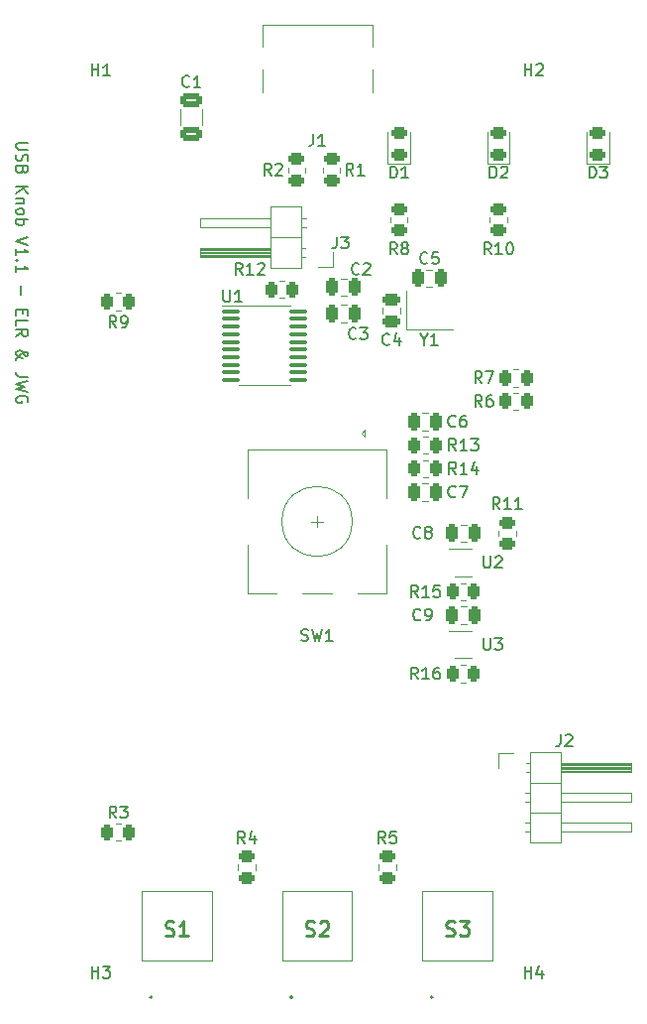
<source format=gto>
%TF.GenerationSoftware,KiCad,Pcbnew,(6.0.5)*%
%TF.CreationDate,2024-07-23T11:02:46+02:00*%
%TF.ProjectId,USB_Knob,5553425f-4b6e-46f6-922e-6b696361645f,rev?*%
%TF.SameCoordinates,Original*%
%TF.FileFunction,Legend,Top*%
%TF.FilePolarity,Positive*%
%FSLAX46Y46*%
G04 Gerber Fmt 4.6, Leading zero omitted, Abs format (unit mm)*
G04 Created by KiCad (PCBNEW (6.0.5)) date 2024-07-23 11:02:46*
%MOMM*%
%LPD*%
G01*
G04 APERTURE LIST*
G04 Aperture macros list*
%AMRoundRect*
0 Rectangle with rounded corners*
0 $1 Rounding radius*
0 $2 $3 $4 $5 $6 $7 $8 $9 X,Y pos of 4 corners*
0 Add a 4 corners polygon primitive as box body*
4,1,4,$2,$3,$4,$5,$6,$7,$8,$9,$2,$3,0*
0 Add four circle primitives for the rounded corners*
1,1,$1+$1,$2,$3*
1,1,$1+$1,$4,$5*
1,1,$1+$1,$6,$7*
1,1,$1+$1,$8,$9*
0 Add four rect primitives between the rounded corners*
20,1,$1+$1,$2,$3,$4,$5,0*
20,1,$1+$1,$4,$5,$6,$7,0*
20,1,$1+$1,$6,$7,$8,$9,0*
20,1,$1+$1,$8,$9,$2,$3,0*%
G04 Aperture macros list end*
%ADD10C,0.150000*%
%ADD11C,0.254000*%
%ADD12C,0.120000*%
%ADD13C,0.200000*%
%ADD14C,0.100000*%
%ADD15RoundRect,0.250000X0.262500X0.450000X-0.262500X0.450000X-0.262500X-0.450000X0.262500X-0.450000X0*%
%ADD16RoundRect,0.250000X-0.262500X-0.450000X0.262500X-0.450000X0.262500X0.450000X-0.262500X0.450000X0*%
%ADD17R,1.400000X1.200000*%
%ADD18R,1.400000X2.100000*%
%ADD19RoundRect,0.250000X-0.250000X-0.475000X0.250000X-0.475000X0.250000X0.475000X-0.250000X0.475000X0*%
%ADD20R,1.700000X1.700000*%
%ADD21O,1.700000X1.700000*%
%ADD22RoundRect,0.250000X-0.450000X0.262500X-0.450000X-0.262500X0.450000X-0.262500X0.450000X0.262500X0*%
%ADD23R,0.650000X0.400000*%
%ADD24RoundRect,0.250000X0.450000X-0.262500X0.450000X0.262500X-0.450000X0.262500X-0.450000X-0.262500X0*%
%ADD25C,6.400000*%
%ADD26RoundRect,0.250000X0.250000X0.475000X-0.250000X0.475000X-0.250000X-0.475000X0.250000X-0.475000X0*%
%ADD27RoundRect,0.243750X0.456250X-0.243750X0.456250X0.243750X-0.456250X0.243750X-0.456250X-0.243750X0*%
%ADD28C,0.650000*%
%ADD29R,0.600000X1.450000*%
%ADD30R,0.300000X1.450000*%
%ADD31O,1.000000X2.100000*%
%ADD32O,1.000000X1.600000*%
%ADD33RoundRect,0.250000X-0.650000X0.325000X-0.650000X-0.325000X0.650000X-0.325000X0.650000X0.325000X0*%
%ADD34RoundRect,0.100000X-0.637500X-0.100000X0.637500X-0.100000X0.637500X0.100000X-0.637500X0.100000X0*%
%ADD35R,2.000000X2.000000*%
%ADD36C,2.000000*%
%ADD37R,2.000000X3.200000*%
%ADD38RoundRect,0.250000X-0.475000X0.250000X-0.475000X-0.250000X0.475000X-0.250000X0.475000X0.250000X0*%
G04 APERTURE END LIST*
D10*
X124797619Y-71178571D02*
X123988095Y-71178571D01*
X123892857Y-71226190D01*
X123845238Y-71273809D01*
X123797619Y-71369047D01*
X123797619Y-71559523D01*
X123845238Y-71654761D01*
X123892857Y-71702380D01*
X123988095Y-71750000D01*
X124797619Y-71750000D01*
X123845238Y-72178571D02*
X123797619Y-72321428D01*
X123797619Y-72559523D01*
X123845238Y-72654761D01*
X123892857Y-72702380D01*
X123988095Y-72750000D01*
X124083333Y-72750000D01*
X124178571Y-72702380D01*
X124226190Y-72654761D01*
X124273809Y-72559523D01*
X124321428Y-72369047D01*
X124369047Y-72273809D01*
X124416666Y-72226190D01*
X124511904Y-72178571D01*
X124607142Y-72178571D01*
X124702380Y-72226190D01*
X124750000Y-72273809D01*
X124797619Y-72369047D01*
X124797619Y-72607142D01*
X124750000Y-72750000D01*
X124321428Y-73511904D02*
X124273809Y-73654761D01*
X124226190Y-73702380D01*
X124130952Y-73750000D01*
X123988095Y-73750000D01*
X123892857Y-73702380D01*
X123845238Y-73654761D01*
X123797619Y-73559523D01*
X123797619Y-73178571D01*
X124797619Y-73178571D01*
X124797619Y-73511904D01*
X124750000Y-73607142D01*
X124702380Y-73654761D01*
X124607142Y-73702380D01*
X124511904Y-73702380D01*
X124416666Y-73654761D01*
X124369047Y-73607142D01*
X124321428Y-73511904D01*
X124321428Y-73178571D01*
X123797619Y-74940476D02*
X124797619Y-74940476D01*
X123797619Y-75511904D02*
X124369047Y-75083333D01*
X124797619Y-75511904D02*
X124226190Y-74940476D01*
X124464285Y-75940476D02*
X123797619Y-75940476D01*
X124369047Y-75940476D02*
X124416666Y-75988095D01*
X124464285Y-76083333D01*
X124464285Y-76226190D01*
X124416666Y-76321428D01*
X124321428Y-76369047D01*
X123797619Y-76369047D01*
X123797619Y-76988095D02*
X123845238Y-76892857D01*
X123892857Y-76845238D01*
X123988095Y-76797619D01*
X124273809Y-76797619D01*
X124369047Y-76845238D01*
X124416666Y-76892857D01*
X124464285Y-76988095D01*
X124464285Y-77130952D01*
X124416666Y-77226190D01*
X124369047Y-77273809D01*
X124273809Y-77321428D01*
X123988095Y-77321428D01*
X123892857Y-77273809D01*
X123845238Y-77226190D01*
X123797619Y-77130952D01*
X123797619Y-76988095D01*
X123797619Y-77750000D02*
X124797619Y-77750000D01*
X124416666Y-77750000D02*
X124464285Y-77845238D01*
X124464285Y-78035714D01*
X124416666Y-78130952D01*
X124369047Y-78178571D01*
X124273809Y-78226190D01*
X123988095Y-78226190D01*
X123892857Y-78178571D01*
X123845238Y-78130952D01*
X123797619Y-78035714D01*
X123797619Y-77845238D01*
X123845238Y-77750000D01*
X124797619Y-79273809D02*
X123797619Y-79607142D01*
X124797619Y-79940476D01*
X123797619Y-80797619D02*
X123797619Y-80226190D01*
X123797619Y-80511904D02*
X124797619Y-80511904D01*
X124654761Y-80416666D01*
X124559523Y-80321428D01*
X124511904Y-80226190D01*
X123892857Y-81226190D02*
X123845238Y-81273809D01*
X123797619Y-81226190D01*
X123845238Y-81178571D01*
X123892857Y-81226190D01*
X123797619Y-81226190D01*
X123797619Y-82226190D02*
X123797619Y-81654761D01*
X123797619Y-81940476D02*
X124797619Y-81940476D01*
X124654761Y-81845238D01*
X124559523Y-81750000D01*
X124511904Y-81654761D01*
X124178571Y-83416666D02*
X124178571Y-84178571D01*
X124321428Y-85416666D02*
X124321428Y-85750000D01*
X123797619Y-85892857D02*
X123797619Y-85416666D01*
X124797619Y-85416666D01*
X124797619Y-85892857D01*
X123797619Y-86797619D02*
X123797619Y-86321428D01*
X124797619Y-86321428D01*
X123797619Y-87702380D02*
X124273809Y-87369047D01*
X123797619Y-87130952D02*
X124797619Y-87130952D01*
X124797619Y-87511904D01*
X124750000Y-87607142D01*
X124702380Y-87654761D01*
X124607142Y-87702380D01*
X124464285Y-87702380D01*
X124369047Y-87654761D01*
X124321428Y-87607142D01*
X124273809Y-87511904D01*
X124273809Y-87130952D01*
X123797619Y-89702380D02*
X123797619Y-89654761D01*
X123845238Y-89559523D01*
X123988095Y-89416666D01*
X124273809Y-89178571D01*
X124416666Y-89083333D01*
X124559523Y-89035714D01*
X124654761Y-89035714D01*
X124750000Y-89083333D01*
X124797619Y-89178571D01*
X124797619Y-89226190D01*
X124750000Y-89321428D01*
X124654761Y-89369047D01*
X124607142Y-89369047D01*
X124511904Y-89321428D01*
X124464285Y-89273809D01*
X124273809Y-88988095D01*
X124226190Y-88940476D01*
X124130952Y-88892857D01*
X123988095Y-88892857D01*
X123892857Y-88940476D01*
X123845238Y-88988095D01*
X123797619Y-89083333D01*
X123797619Y-89226190D01*
X123845238Y-89321428D01*
X123892857Y-89369047D01*
X124083333Y-89511904D01*
X124226190Y-89559523D01*
X124321428Y-89559523D01*
X124797619Y-91178571D02*
X124083333Y-91178571D01*
X123940476Y-91130952D01*
X123845238Y-91035714D01*
X123797619Y-90892857D01*
X123797619Y-90797619D01*
X124797619Y-91559523D02*
X123797619Y-91797619D01*
X124511904Y-91988095D01*
X123797619Y-92178571D01*
X124797619Y-92416666D01*
X124750000Y-93321428D02*
X124797619Y-93226190D01*
X124797619Y-93083333D01*
X124750000Y-92940476D01*
X124654761Y-92845238D01*
X124559523Y-92797619D01*
X124369047Y-92750000D01*
X124226190Y-92750000D01*
X124035714Y-92797619D01*
X123940476Y-92845238D01*
X123845238Y-92940476D01*
X123797619Y-93083333D01*
X123797619Y-93178571D01*
X123845238Y-93321428D01*
X123892857Y-93369047D01*
X124226190Y-93369047D01*
X124226190Y-93178571D01*
%TO.C,R13*%
X161357142Y-97452380D02*
X161023809Y-96976190D01*
X160785714Y-97452380D02*
X160785714Y-96452380D01*
X161166666Y-96452380D01*
X161261904Y-96500000D01*
X161309523Y-96547619D01*
X161357142Y-96642857D01*
X161357142Y-96785714D01*
X161309523Y-96880952D01*
X161261904Y-96928571D01*
X161166666Y-96976190D01*
X160785714Y-96976190D01*
X162309523Y-97452380D02*
X161738095Y-97452380D01*
X162023809Y-97452380D02*
X162023809Y-96452380D01*
X161928571Y-96595238D01*
X161833333Y-96690476D01*
X161738095Y-96738095D01*
X162642857Y-96452380D02*
X163261904Y-96452380D01*
X162928571Y-96833333D01*
X163071428Y-96833333D01*
X163166666Y-96880952D01*
X163214285Y-96928571D01*
X163261904Y-97023809D01*
X163261904Y-97261904D01*
X163214285Y-97357142D01*
X163166666Y-97404761D01*
X163071428Y-97452380D01*
X162785714Y-97452380D01*
X162690476Y-97404761D01*
X162642857Y-97357142D01*
%TO.C,R6*%
X163583333Y-93702380D02*
X163250000Y-93226190D01*
X163011904Y-93702380D02*
X163011904Y-92702380D01*
X163392857Y-92702380D01*
X163488095Y-92750000D01*
X163535714Y-92797619D01*
X163583333Y-92892857D01*
X163583333Y-93035714D01*
X163535714Y-93130952D01*
X163488095Y-93178571D01*
X163392857Y-93226190D01*
X163011904Y-93226190D01*
X164440476Y-92702380D02*
X164250000Y-92702380D01*
X164154761Y-92750000D01*
X164107142Y-92797619D01*
X164011904Y-92940476D01*
X163964285Y-93130952D01*
X163964285Y-93511904D01*
X164011904Y-93607142D01*
X164059523Y-93654761D01*
X164154761Y-93702380D01*
X164345238Y-93702380D01*
X164440476Y-93654761D01*
X164488095Y-93607142D01*
X164535714Y-93511904D01*
X164535714Y-93273809D01*
X164488095Y-93178571D01*
X164440476Y-93130952D01*
X164345238Y-93083333D01*
X164154761Y-93083333D01*
X164059523Y-93130952D01*
X164011904Y-93178571D01*
X163964285Y-93273809D01*
%TO.C,Y1*%
X158623809Y-87976190D02*
X158623809Y-88452380D01*
X158290476Y-87452380D02*
X158623809Y-87976190D01*
X158957142Y-87452380D01*
X159814285Y-88452380D02*
X159242857Y-88452380D01*
X159528571Y-88452380D02*
X159528571Y-87452380D01*
X159433333Y-87595238D01*
X159338095Y-87690476D01*
X159242857Y-87738095D01*
D11*
%TO.C,S1*%
X136532380Y-138814047D02*
X136713809Y-138874523D01*
X137016190Y-138874523D01*
X137137142Y-138814047D01*
X137197619Y-138753571D01*
X137258095Y-138632619D01*
X137258095Y-138511666D01*
X137197619Y-138390714D01*
X137137142Y-138330238D01*
X137016190Y-138269761D01*
X136774285Y-138209285D01*
X136653333Y-138148809D01*
X136592857Y-138088333D01*
X136532380Y-137967380D01*
X136532380Y-137846428D01*
X136592857Y-137725476D01*
X136653333Y-137665000D01*
X136774285Y-137604523D01*
X137076666Y-137604523D01*
X137258095Y-137665000D01*
X138467619Y-138874523D02*
X137741904Y-138874523D01*
X138104761Y-138874523D02*
X138104761Y-137604523D01*
X137983809Y-137785952D01*
X137862857Y-137906904D01*
X137741904Y-137967380D01*
D10*
%TO.C,C7*%
X161333333Y-101357142D02*
X161285714Y-101404761D01*
X161142857Y-101452380D01*
X161047619Y-101452380D01*
X160904761Y-101404761D01*
X160809523Y-101309523D01*
X160761904Y-101214285D01*
X160714285Y-101023809D01*
X160714285Y-100880952D01*
X160761904Y-100690476D01*
X160809523Y-100595238D01*
X160904761Y-100500000D01*
X161047619Y-100452380D01*
X161142857Y-100452380D01*
X161285714Y-100500000D01*
X161333333Y-100547619D01*
X161666666Y-100452380D02*
X162333333Y-100452380D01*
X161904761Y-101452380D01*
%TO.C,R9*%
X132333333Y-86952380D02*
X132000000Y-86476190D01*
X131761904Y-86952380D02*
X131761904Y-85952380D01*
X132142857Y-85952380D01*
X132238095Y-86000000D01*
X132285714Y-86047619D01*
X132333333Y-86142857D01*
X132333333Y-86285714D01*
X132285714Y-86380952D01*
X132238095Y-86428571D01*
X132142857Y-86476190D01*
X131761904Y-86476190D01*
X132809523Y-86952380D02*
X133000000Y-86952380D01*
X133095238Y-86904761D01*
X133142857Y-86857142D01*
X133238095Y-86714285D01*
X133285714Y-86523809D01*
X133285714Y-86142857D01*
X133238095Y-86047619D01*
X133190476Y-86000000D01*
X133095238Y-85952380D01*
X132904761Y-85952380D01*
X132809523Y-86000000D01*
X132761904Y-86047619D01*
X132714285Y-86142857D01*
X132714285Y-86380952D01*
X132761904Y-86476190D01*
X132809523Y-86523809D01*
X132904761Y-86571428D01*
X133095238Y-86571428D01*
X133190476Y-86523809D01*
X133238095Y-86476190D01*
X133285714Y-86380952D01*
D11*
%TO.C,S2*%
X148532380Y-138814047D02*
X148713809Y-138874523D01*
X149016190Y-138874523D01*
X149137142Y-138814047D01*
X149197619Y-138753571D01*
X149258095Y-138632619D01*
X149258095Y-138511666D01*
X149197619Y-138390714D01*
X149137142Y-138330238D01*
X149016190Y-138269761D01*
X148774285Y-138209285D01*
X148653333Y-138148809D01*
X148592857Y-138088333D01*
X148532380Y-137967380D01*
X148532380Y-137846428D01*
X148592857Y-137725476D01*
X148653333Y-137665000D01*
X148774285Y-137604523D01*
X149076666Y-137604523D01*
X149258095Y-137665000D01*
X149741904Y-137725476D02*
X149802380Y-137665000D01*
X149923333Y-137604523D01*
X150225714Y-137604523D01*
X150346666Y-137665000D01*
X150407142Y-137725476D01*
X150467619Y-137846428D01*
X150467619Y-137967380D01*
X150407142Y-138148809D01*
X149681428Y-138874523D01*
X150467619Y-138874523D01*
D10*
%TO.C,J3*%
X151166666Y-79202380D02*
X151166666Y-79916666D01*
X151119047Y-80059523D01*
X151023809Y-80154761D01*
X150880952Y-80202380D01*
X150785714Y-80202380D01*
X151547619Y-79202380D02*
X152166666Y-79202380D01*
X151833333Y-79583333D01*
X151976190Y-79583333D01*
X152071428Y-79630952D01*
X152119047Y-79678571D01*
X152166666Y-79773809D01*
X152166666Y-80011904D01*
X152119047Y-80107142D01*
X152071428Y-80154761D01*
X151976190Y-80202380D01*
X151690476Y-80202380D01*
X151595238Y-80154761D01*
X151547619Y-80107142D01*
%TO.C,R2*%
X145583333Y-73952380D02*
X145250000Y-73476190D01*
X145011904Y-73952380D02*
X145011904Y-72952380D01*
X145392857Y-72952380D01*
X145488095Y-73000000D01*
X145535714Y-73047619D01*
X145583333Y-73142857D01*
X145583333Y-73285714D01*
X145535714Y-73380952D01*
X145488095Y-73428571D01*
X145392857Y-73476190D01*
X145011904Y-73476190D01*
X145964285Y-73047619D02*
X146011904Y-73000000D01*
X146107142Y-72952380D01*
X146345238Y-72952380D01*
X146440476Y-73000000D01*
X146488095Y-73047619D01*
X146535714Y-73142857D01*
X146535714Y-73238095D01*
X146488095Y-73380952D01*
X145916666Y-73952380D01*
X146535714Y-73952380D01*
%TO.C,U3*%
X163738095Y-113452380D02*
X163738095Y-114261904D01*
X163785714Y-114357142D01*
X163833333Y-114404761D01*
X163928571Y-114452380D01*
X164119047Y-114452380D01*
X164214285Y-114404761D01*
X164261904Y-114357142D01*
X164309523Y-114261904D01*
X164309523Y-113452380D01*
X164690476Y-113452380D02*
X165309523Y-113452380D01*
X164976190Y-113833333D01*
X165119047Y-113833333D01*
X165214285Y-113880952D01*
X165261904Y-113928571D01*
X165309523Y-114023809D01*
X165309523Y-114261904D01*
X165261904Y-114357142D01*
X165214285Y-114404761D01*
X165119047Y-114452380D01*
X164833333Y-114452380D01*
X164738095Y-114404761D01*
X164690476Y-114357142D01*
%TO.C,C9*%
X158333333Y-111857142D02*
X158285714Y-111904761D01*
X158142857Y-111952380D01*
X158047619Y-111952380D01*
X157904761Y-111904761D01*
X157809523Y-111809523D01*
X157761904Y-111714285D01*
X157714285Y-111523809D01*
X157714285Y-111380952D01*
X157761904Y-111190476D01*
X157809523Y-111095238D01*
X157904761Y-111000000D01*
X158047619Y-110952380D01*
X158142857Y-110952380D01*
X158285714Y-111000000D01*
X158333333Y-111047619D01*
X158809523Y-111952380D02*
X159000000Y-111952380D01*
X159095238Y-111904761D01*
X159142857Y-111857142D01*
X159238095Y-111714285D01*
X159285714Y-111523809D01*
X159285714Y-111142857D01*
X159238095Y-111047619D01*
X159190476Y-111000000D01*
X159095238Y-110952380D01*
X158904761Y-110952380D01*
X158809523Y-111000000D01*
X158761904Y-111047619D01*
X158714285Y-111142857D01*
X158714285Y-111380952D01*
X158761904Y-111476190D01*
X158809523Y-111523809D01*
X158904761Y-111571428D01*
X159095238Y-111571428D01*
X159190476Y-111523809D01*
X159238095Y-111476190D01*
X159285714Y-111380952D01*
%TO.C,C8*%
X158333333Y-104857142D02*
X158285714Y-104904761D01*
X158142857Y-104952380D01*
X158047619Y-104952380D01*
X157904761Y-104904761D01*
X157809523Y-104809523D01*
X157761904Y-104714285D01*
X157714285Y-104523809D01*
X157714285Y-104380952D01*
X157761904Y-104190476D01*
X157809523Y-104095238D01*
X157904761Y-104000000D01*
X158047619Y-103952380D01*
X158142857Y-103952380D01*
X158285714Y-104000000D01*
X158333333Y-104047619D01*
X158904761Y-104380952D02*
X158809523Y-104333333D01*
X158761904Y-104285714D01*
X158714285Y-104190476D01*
X158714285Y-104142857D01*
X158761904Y-104047619D01*
X158809523Y-104000000D01*
X158904761Y-103952380D01*
X159095238Y-103952380D01*
X159190476Y-104000000D01*
X159238095Y-104047619D01*
X159285714Y-104142857D01*
X159285714Y-104190476D01*
X159238095Y-104285714D01*
X159190476Y-104333333D01*
X159095238Y-104380952D01*
X158904761Y-104380952D01*
X158809523Y-104428571D01*
X158761904Y-104476190D01*
X158714285Y-104571428D01*
X158714285Y-104761904D01*
X158761904Y-104857142D01*
X158809523Y-104904761D01*
X158904761Y-104952380D01*
X159095238Y-104952380D01*
X159190476Y-104904761D01*
X159238095Y-104857142D01*
X159285714Y-104761904D01*
X159285714Y-104571428D01*
X159238095Y-104476190D01*
X159190476Y-104428571D01*
X159095238Y-104380952D01*
%TO.C,R11*%
X165107142Y-102452380D02*
X164773809Y-101976190D01*
X164535714Y-102452380D02*
X164535714Y-101452380D01*
X164916666Y-101452380D01*
X165011904Y-101500000D01*
X165059523Y-101547619D01*
X165107142Y-101642857D01*
X165107142Y-101785714D01*
X165059523Y-101880952D01*
X165011904Y-101928571D01*
X164916666Y-101976190D01*
X164535714Y-101976190D01*
X166059523Y-102452380D02*
X165488095Y-102452380D01*
X165773809Y-102452380D02*
X165773809Y-101452380D01*
X165678571Y-101595238D01*
X165583333Y-101690476D01*
X165488095Y-101738095D01*
X167011904Y-102452380D02*
X166440476Y-102452380D01*
X166726190Y-102452380D02*
X166726190Y-101452380D01*
X166630952Y-101595238D01*
X166535714Y-101690476D01*
X166440476Y-101738095D01*
%TO.C,J2*%
X170301666Y-121682380D02*
X170301666Y-122396666D01*
X170254047Y-122539523D01*
X170158809Y-122634761D01*
X170015952Y-122682380D01*
X169920714Y-122682380D01*
X170730238Y-121777619D02*
X170777857Y-121730000D01*
X170873095Y-121682380D01*
X171111190Y-121682380D01*
X171206428Y-121730000D01*
X171254047Y-121777619D01*
X171301666Y-121872857D01*
X171301666Y-121968095D01*
X171254047Y-122110952D01*
X170682619Y-122682380D01*
X171301666Y-122682380D01*
%TO.C,H2*%
X167238095Y-65452380D02*
X167238095Y-64452380D01*
X167238095Y-64928571D02*
X167809523Y-64928571D01*
X167809523Y-65452380D02*
X167809523Y-64452380D01*
X168238095Y-64547619D02*
X168285714Y-64500000D01*
X168380952Y-64452380D01*
X168619047Y-64452380D01*
X168714285Y-64500000D01*
X168761904Y-64547619D01*
X168809523Y-64642857D01*
X168809523Y-64738095D01*
X168761904Y-64880952D01*
X168190476Y-65452380D01*
X168809523Y-65452380D01*
%TO.C,R10*%
X164357142Y-80702380D02*
X164023809Y-80226190D01*
X163785714Y-80702380D02*
X163785714Y-79702380D01*
X164166666Y-79702380D01*
X164261904Y-79750000D01*
X164309523Y-79797619D01*
X164357142Y-79892857D01*
X164357142Y-80035714D01*
X164309523Y-80130952D01*
X164261904Y-80178571D01*
X164166666Y-80226190D01*
X163785714Y-80226190D01*
X165309523Y-80702380D02*
X164738095Y-80702380D01*
X165023809Y-80702380D02*
X165023809Y-79702380D01*
X164928571Y-79845238D01*
X164833333Y-79940476D01*
X164738095Y-79988095D01*
X165928571Y-79702380D02*
X166023809Y-79702380D01*
X166119047Y-79750000D01*
X166166666Y-79797619D01*
X166214285Y-79892857D01*
X166261904Y-80083333D01*
X166261904Y-80321428D01*
X166214285Y-80511904D01*
X166166666Y-80607142D01*
X166119047Y-80654761D01*
X166023809Y-80702380D01*
X165928571Y-80702380D01*
X165833333Y-80654761D01*
X165785714Y-80607142D01*
X165738095Y-80511904D01*
X165690476Y-80321428D01*
X165690476Y-80083333D01*
X165738095Y-79892857D01*
X165785714Y-79797619D01*
X165833333Y-79750000D01*
X165928571Y-79702380D01*
%TO.C,H1*%
X130238095Y-65452380D02*
X130238095Y-64452380D01*
X130238095Y-64928571D02*
X130809523Y-64928571D01*
X130809523Y-65452380D02*
X130809523Y-64452380D01*
X131809523Y-65452380D02*
X131238095Y-65452380D01*
X131523809Y-65452380D02*
X131523809Y-64452380D01*
X131428571Y-64595238D01*
X131333333Y-64690476D01*
X131238095Y-64738095D01*
%TO.C,H4*%
X167238095Y-142452380D02*
X167238095Y-141452380D01*
X167238095Y-141928571D02*
X167809523Y-141928571D01*
X167809523Y-142452380D02*
X167809523Y-141452380D01*
X168714285Y-141785714D02*
X168714285Y-142452380D01*
X168476190Y-141404761D02*
X168238095Y-142119047D01*
X168857142Y-142119047D01*
%TO.C,C3*%
X152833333Y-87857142D02*
X152785714Y-87904761D01*
X152642857Y-87952380D01*
X152547619Y-87952380D01*
X152404761Y-87904761D01*
X152309523Y-87809523D01*
X152261904Y-87714285D01*
X152214285Y-87523809D01*
X152214285Y-87380952D01*
X152261904Y-87190476D01*
X152309523Y-87095238D01*
X152404761Y-87000000D01*
X152547619Y-86952380D01*
X152642857Y-86952380D01*
X152785714Y-87000000D01*
X152833333Y-87047619D01*
X153166666Y-86952380D02*
X153785714Y-86952380D01*
X153452380Y-87333333D01*
X153595238Y-87333333D01*
X153690476Y-87380952D01*
X153738095Y-87428571D01*
X153785714Y-87523809D01*
X153785714Y-87761904D01*
X153738095Y-87857142D01*
X153690476Y-87904761D01*
X153595238Y-87952380D01*
X153309523Y-87952380D01*
X153214285Y-87904761D01*
X153166666Y-87857142D01*
%TO.C,C6*%
X161333333Y-95357142D02*
X161285714Y-95404761D01*
X161142857Y-95452380D01*
X161047619Y-95452380D01*
X160904761Y-95404761D01*
X160809523Y-95309523D01*
X160761904Y-95214285D01*
X160714285Y-95023809D01*
X160714285Y-94880952D01*
X160761904Y-94690476D01*
X160809523Y-94595238D01*
X160904761Y-94500000D01*
X161047619Y-94452380D01*
X161142857Y-94452380D01*
X161285714Y-94500000D01*
X161333333Y-94547619D01*
X162190476Y-94452380D02*
X162000000Y-94452380D01*
X161904761Y-94500000D01*
X161857142Y-94547619D01*
X161761904Y-94690476D01*
X161714285Y-94880952D01*
X161714285Y-95261904D01*
X161761904Y-95357142D01*
X161809523Y-95404761D01*
X161904761Y-95452380D01*
X162095238Y-95452380D01*
X162190476Y-95404761D01*
X162238095Y-95357142D01*
X162285714Y-95261904D01*
X162285714Y-95023809D01*
X162238095Y-94928571D01*
X162190476Y-94880952D01*
X162095238Y-94833333D01*
X161904761Y-94833333D01*
X161809523Y-94880952D01*
X161761904Y-94928571D01*
X161714285Y-95023809D01*
%TO.C,R8*%
X156333333Y-80702380D02*
X156000000Y-80226190D01*
X155761904Y-80702380D02*
X155761904Y-79702380D01*
X156142857Y-79702380D01*
X156238095Y-79750000D01*
X156285714Y-79797619D01*
X156333333Y-79892857D01*
X156333333Y-80035714D01*
X156285714Y-80130952D01*
X156238095Y-80178571D01*
X156142857Y-80226190D01*
X155761904Y-80226190D01*
X156904761Y-80130952D02*
X156809523Y-80083333D01*
X156761904Y-80035714D01*
X156714285Y-79940476D01*
X156714285Y-79892857D01*
X156761904Y-79797619D01*
X156809523Y-79750000D01*
X156904761Y-79702380D01*
X157095238Y-79702380D01*
X157190476Y-79750000D01*
X157238095Y-79797619D01*
X157285714Y-79892857D01*
X157285714Y-79940476D01*
X157238095Y-80035714D01*
X157190476Y-80083333D01*
X157095238Y-80130952D01*
X156904761Y-80130952D01*
X156809523Y-80178571D01*
X156761904Y-80226190D01*
X156714285Y-80321428D01*
X156714285Y-80511904D01*
X156761904Y-80607142D01*
X156809523Y-80654761D01*
X156904761Y-80702380D01*
X157095238Y-80702380D01*
X157190476Y-80654761D01*
X157238095Y-80607142D01*
X157285714Y-80511904D01*
X157285714Y-80321428D01*
X157238095Y-80226190D01*
X157190476Y-80178571D01*
X157095238Y-80130952D01*
%TO.C,D2*%
X164261904Y-74202380D02*
X164261904Y-73202380D01*
X164500000Y-73202380D01*
X164642857Y-73250000D01*
X164738095Y-73345238D01*
X164785714Y-73440476D01*
X164833333Y-73630952D01*
X164833333Y-73773809D01*
X164785714Y-73964285D01*
X164738095Y-74059523D01*
X164642857Y-74154761D01*
X164500000Y-74202380D01*
X164261904Y-74202380D01*
X165214285Y-73297619D02*
X165261904Y-73250000D01*
X165357142Y-73202380D01*
X165595238Y-73202380D01*
X165690476Y-73250000D01*
X165738095Y-73297619D01*
X165785714Y-73392857D01*
X165785714Y-73488095D01*
X165738095Y-73630952D01*
X165166666Y-74202380D01*
X165785714Y-74202380D01*
%TO.C,D3*%
X172761904Y-74202380D02*
X172761904Y-73202380D01*
X173000000Y-73202380D01*
X173142857Y-73250000D01*
X173238095Y-73345238D01*
X173285714Y-73440476D01*
X173333333Y-73630952D01*
X173333333Y-73773809D01*
X173285714Y-73964285D01*
X173238095Y-74059523D01*
X173142857Y-74154761D01*
X173000000Y-74202380D01*
X172761904Y-74202380D01*
X173666666Y-73202380D02*
X174285714Y-73202380D01*
X173952380Y-73583333D01*
X174095238Y-73583333D01*
X174190476Y-73630952D01*
X174238095Y-73678571D01*
X174285714Y-73773809D01*
X174285714Y-74011904D01*
X174238095Y-74107142D01*
X174190476Y-74154761D01*
X174095238Y-74202380D01*
X173809523Y-74202380D01*
X173714285Y-74154761D01*
X173666666Y-74107142D01*
%TO.C,J1*%
X149166666Y-70452380D02*
X149166666Y-71166666D01*
X149119047Y-71309523D01*
X149023809Y-71404761D01*
X148880952Y-71452380D01*
X148785714Y-71452380D01*
X150166666Y-71452380D02*
X149595238Y-71452380D01*
X149880952Y-71452380D02*
X149880952Y-70452380D01*
X149785714Y-70595238D01*
X149690476Y-70690476D01*
X149595238Y-70738095D01*
%TO.C,R15*%
X158107142Y-109952380D02*
X157773809Y-109476190D01*
X157535714Y-109952380D02*
X157535714Y-108952380D01*
X157916666Y-108952380D01*
X158011904Y-109000000D01*
X158059523Y-109047619D01*
X158107142Y-109142857D01*
X158107142Y-109285714D01*
X158059523Y-109380952D01*
X158011904Y-109428571D01*
X157916666Y-109476190D01*
X157535714Y-109476190D01*
X159059523Y-109952380D02*
X158488095Y-109952380D01*
X158773809Y-109952380D02*
X158773809Y-108952380D01*
X158678571Y-109095238D01*
X158583333Y-109190476D01*
X158488095Y-109238095D01*
X159964285Y-108952380D02*
X159488095Y-108952380D01*
X159440476Y-109428571D01*
X159488095Y-109380952D01*
X159583333Y-109333333D01*
X159821428Y-109333333D01*
X159916666Y-109380952D01*
X159964285Y-109428571D01*
X160011904Y-109523809D01*
X160011904Y-109761904D01*
X159964285Y-109857142D01*
X159916666Y-109904761D01*
X159821428Y-109952380D01*
X159583333Y-109952380D01*
X159488095Y-109904761D01*
X159440476Y-109857142D01*
%TO.C,R16*%
X158107142Y-116952380D02*
X157773809Y-116476190D01*
X157535714Y-116952380D02*
X157535714Y-115952380D01*
X157916666Y-115952380D01*
X158011904Y-116000000D01*
X158059523Y-116047619D01*
X158107142Y-116142857D01*
X158107142Y-116285714D01*
X158059523Y-116380952D01*
X158011904Y-116428571D01*
X157916666Y-116476190D01*
X157535714Y-116476190D01*
X159059523Y-116952380D02*
X158488095Y-116952380D01*
X158773809Y-116952380D02*
X158773809Y-115952380D01*
X158678571Y-116095238D01*
X158583333Y-116190476D01*
X158488095Y-116238095D01*
X159916666Y-115952380D02*
X159726190Y-115952380D01*
X159630952Y-116000000D01*
X159583333Y-116047619D01*
X159488095Y-116190476D01*
X159440476Y-116380952D01*
X159440476Y-116761904D01*
X159488095Y-116857142D01*
X159535714Y-116904761D01*
X159630952Y-116952380D01*
X159821428Y-116952380D01*
X159916666Y-116904761D01*
X159964285Y-116857142D01*
X160011904Y-116761904D01*
X160011904Y-116523809D01*
X159964285Y-116428571D01*
X159916666Y-116380952D01*
X159821428Y-116333333D01*
X159630952Y-116333333D01*
X159535714Y-116380952D01*
X159488095Y-116428571D01*
X159440476Y-116523809D01*
%TO.C,R7*%
X163583333Y-91702380D02*
X163250000Y-91226190D01*
X163011904Y-91702380D02*
X163011904Y-90702380D01*
X163392857Y-90702380D01*
X163488095Y-90750000D01*
X163535714Y-90797619D01*
X163583333Y-90892857D01*
X163583333Y-91035714D01*
X163535714Y-91130952D01*
X163488095Y-91178571D01*
X163392857Y-91226190D01*
X163011904Y-91226190D01*
X163916666Y-90702380D02*
X164583333Y-90702380D01*
X164154761Y-91702380D01*
%TO.C,R12*%
X143107142Y-82452380D02*
X142773809Y-81976190D01*
X142535714Y-82452380D02*
X142535714Y-81452380D01*
X142916666Y-81452380D01*
X143011904Y-81500000D01*
X143059523Y-81547619D01*
X143107142Y-81642857D01*
X143107142Y-81785714D01*
X143059523Y-81880952D01*
X143011904Y-81928571D01*
X142916666Y-81976190D01*
X142535714Y-81976190D01*
X144059523Y-82452380D02*
X143488095Y-82452380D01*
X143773809Y-82452380D02*
X143773809Y-81452380D01*
X143678571Y-81595238D01*
X143583333Y-81690476D01*
X143488095Y-81738095D01*
X144440476Y-81547619D02*
X144488095Y-81500000D01*
X144583333Y-81452380D01*
X144821428Y-81452380D01*
X144916666Y-81500000D01*
X144964285Y-81547619D01*
X145011904Y-81642857D01*
X145011904Y-81738095D01*
X144964285Y-81880952D01*
X144392857Y-82452380D01*
X145011904Y-82452380D01*
%TO.C,R4*%
X143333333Y-130952380D02*
X143000000Y-130476190D01*
X142761904Y-130952380D02*
X142761904Y-129952380D01*
X143142857Y-129952380D01*
X143238095Y-130000000D01*
X143285714Y-130047619D01*
X143333333Y-130142857D01*
X143333333Y-130285714D01*
X143285714Y-130380952D01*
X143238095Y-130428571D01*
X143142857Y-130476190D01*
X142761904Y-130476190D01*
X144190476Y-130285714D02*
X144190476Y-130952380D01*
X143952380Y-129904761D02*
X143714285Y-130619047D01*
X144333333Y-130619047D01*
%TO.C,R1*%
X152583333Y-73952380D02*
X152250000Y-73476190D01*
X152011904Y-73952380D02*
X152011904Y-72952380D01*
X152392857Y-72952380D01*
X152488095Y-73000000D01*
X152535714Y-73047619D01*
X152583333Y-73142857D01*
X152583333Y-73285714D01*
X152535714Y-73380952D01*
X152488095Y-73428571D01*
X152392857Y-73476190D01*
X152011904Y-73476190D01*
X153535714Y-73952380D02*
X152964285Y-73952380D01*
X153250000Y-73952380D02*
X153250000Y-72952380D01*
X153154761Y-73095238D01*
X153059523Y-73190476D01*
X152964285Y-73238095D01*
%TO.C,R14*%
X161357142Y-99452380D02*
X161023809Y-98976190D01*
X160785714Y-99452380D02*
X160785714Y-98452380D01*
X161166666Y-98452380D01*
X161261904Y-98500000D01*
X161309523Y-98547619D01*
X161357142Y-98642857D01*
X161357142Y-98785714D01*
X161309523Y-98880952D01*
X161261904Y-98928571D01*
X161166666Y-98976190D01*
X160785714Y-98976190D01*
X162309523Y-99452380D02*
X161738095Y-99452380D01*
X162023809Y-99452380D02*
X162023809Y-98452380D01*
X161928571Y-98595238D01*
X161833333Y-98690476D01*
X161738095Y-98738095D01*
X163166666Y-98785714D02*
X163166666Y-99452380D01*
X162928571Y-98404761D02*
X162690476Y-99119047D01*
X163309523Y-99119047D01*
%TO.C,R5*%
X155333333Y-130952380D02*
X155000000Y-130476190D01*
X154761904Y-130952380D02*
X154761904Y-129952380D01*
X155142857Y-129952380D01*
X155238095Y-130000000D01*
X155285714Y-130047619D01*
X155333333Y-130142857D01*
X155333333Y-130285714D01*
X155285714Y-130380952D01*
X155238095Y-130428571D01*
X155142857Y-130476190D01*
X154761904Y-130476190D01*
X156238095Y-129952380D02*
X155761904Y-129952380D01*
X155714285Y-130428571D01*
X155761904Y-130380952D01*
X155857142Y-130333333D01*
X156095238Y-130333333D01*
X156190476Y-130380952D01*
X156238095Y-130428571D01*
X156285714Y-130523809D01*
X156285714Y-130761904D01*
X156238095Y-130857142D01*
X156190476Y-130904761D01*
X156095238Y-130952380D01*
X155857142Y-130952380D01*
X155761904Y-130904761D01*
X155714285Y-130857142D01*
%TO.C,H3*%
X130238095Y-142452380D02*
X130238095Y-141452380D01*
X130238095Y-141928571D02*
X130809523Y-141928571D01*
X130809523Y-142452380D02*
X130809523Y-141452380D01*
X131190476Y-141452380D02*
X131809523Y-141452380D01*
X131476190Y-141833333D01*
X131619047Y-141833333D01*
X131714285Y-141880952D01*
X131761904Y-141928571D01*
X131809523Y-142023809D01*
X131809523Y-142261904D01*
X131761904Y-142357142D01*
X131714285Y-142404761D01*
X131619047Y-142452380D01*
X131333333Y-142452380D01*
X131238095Y-142404761D01*
X131190476Y-142357142D01*
%TO.C,C1*%
X138583333Y-66357142D02*
X138535714Y-66404761D01*
X138392857Y-66452380D01*
X138297619Y-66452380D01*
X138154761Y-66404761D01*
X138059523Y-66309523D01*
X138011904Y-66214285D01*
X137964285Y-66023809D01*
X137964285Y-65880952D01*
X138011904Y-65690476D01*
X138059523Y-65595238D01*
X138154761Y-65500000D01*
X138297619Y-65452380D01*
X138392857Y-65452380D01*
X138535714Y-65500000D01*
X138583333Y-65547619D01*
X139535714Y-66452380D02*
X138964285Y-66452380D01*
X139250000Y-66452380D02*
X139250000Y-65452380D01*
X139154761Y-65595238D01*
X139059523Y-65690476D01*
X138964285Y-65738095D01*
%TO.C,C5*%
X158933333Y-81427142D02*
X158885714Y-81474761D01*
X158742857Y-81522380D01*
X158647619Y-81522380D01*
X158504761Y-81474761D01*
X158409523Y-81379523D01*
X158361904Y-81284285D01*
X158314285Y-81093809D01*
X158314285Y-80950952D01*
X158361904Y-80760476D01*
X158409523Y-80665238D01*
X158504761Y-80570000D01*
X158647619Y-80522380D01*
X158742857Y-80522380D01*
X158885714Y-80570000D01*
X158933333Y-80617619D01*
X159838095Y-80522380D02*
X159361904Y-80522380D01*
X159314285Y-80998571D01*
X159361904Y-80950952D01*
X159457142Y-80903333D01*
X159695238Y-80903333D01*
X159790476Y-80950952D01*
X159838095Y-80998571D01*
X159885714Y-81093809D01*
X159885714Y-81331904D01*
X159838095Y-81427142D01*
X159790476Y-81474761D01*
X159695238Y-81522380D01*
X159457142Y-81522380D01*
X159361904Y-81474761D01*
X159314285Y-81427142D01*
%TO.C,D1*%
X155761904Y-74202380D02*
X155761904Y-73202380D01*
X156000000Y-73202380D01*
X156142857Y-73250000D01*
X156238095Y-73345238D01*
X156285714Y-73440476D01*
X156333333Y-73630952D01*
X156333333Y-73773809D01*
X156285714Y-73964285D01*
X156238095Y-74059523D01*
X156142857Y-74154761D01*
X156000000Y-74202380D01*
X155761904Y-74202380D01*
X157285714Y-74202380D02*
X156714285Y-74202380D01*
X157000000Y-74202380D02*
X157000000Y-73202380D01*
X156904761Y-73345238D01*
X156809523Y-73440476D01*
X156714285Y-73488095D01*
%TO.C,R3*%
X132333333Y-128802380D02*
X132000000Y-128326190D01*
X131761904Y-128802380D02*
X131761904Y-127802380D01*
X132142857Y-127802380D01*
X132238095Y-127850000D01*
X132285714Y-127897619D01*
X132333333Y-127992857D01*
X132333333Y-128135714D01*
X132285714Y-128230952D01*
X132238095Y-128278571D01*
X132142857Y-128326190D01*
X131761904Y-128326190D01*
X132666666Y-127802380D02*
X133285714Y-127802380D01*
X132952380Y-128183333D01*
X133095238Y-128183333D01*
X133190476Y-128230952D01*
X133238095Y-128278571D01*
X133285714Y-128373809D01*
X133285714Y-128611904D01*
X133238095Y-128707142D01*
X133190476Y-128754761D01*
X133095238Y-128802380D01*
X132809523Y-128802380D01*
X132714285Y-128754761D01*
X132666666Y-128707142D01*
%TO.C,U1*%
X141488095Y-83752380D02*
X141488095Y-84561904D01*
X141535714Y-84657142D01*
X141583333Y-84704761D01*
X141678571Y-84752380D01*
X141869047Y-84752380D01*
X141964285Y-84704761D01*
X142011904Y-84657142D01*
X142059523Y-84561904D01*
X142059523Y-83752380D01*
X143059523Y-84752380D02*
X142488095Y-84752380D01*
X142773809Y-84752380D02*
X142773809Y-83752380D01*
X142678571Y-83895238D01*
X142583333Y-83990476D01*
X142488095Y-84038095D01*
%TO.C,SW1*%
X148166666Y-113654761D02*
X148309523Y-113702380D01*
X148547619Y-113702380D01*
X148642857Y-113654761D01*
X148690476Y-113607142D01*
X148738095Y-113511904D01*
X148738095Y-113416666D01*
X148690476Y-113321428D01*
X148642857Y-113273809D01*
X148547619Y-113226190D01*
X148357142Y-113178571D01*
X148261904Y-113130952D01*
X148214285Y-113083333D01*
X148166666Y-112988095D01*
X148166666Y-112892857D01*
X148214285Y-112797619D01*
X148261904Y-112750000D01*
X148357142Y-112702380D01*
X148595238Y-112702380D01*
X148738095Y-112750000D01*
X149071428Y-112702380D02*
X149309523Y-113702380D01*
X149500000Y-112988095D01*
X149690476Y-113702380D01*
X149928571Y-112702380D01*
X150833333Y-113702380D02*
X150261904Y-113702380D01*
X150547619Y-113702380D02*
X150547619Y-112702380D01*
X150452380Y-112845238D01*
X150357142Y-112940476D01*
X150261904Y-112988095D01*
D11*
%TO.C,S3*%
X160532380Y-138814047D02*
X160713809Y-138874523D01*
X161016190Y-138874523D01*
X161137142Y-138814047D01*
X161197619Y-138753571D01*
X161258095Y-138632619D01*
X161258095Y-138511666D01*
X161197619Y-138390714D01*
X161137142Y-138330238D01*
X161016190Y-138269761D01*
X160774285Y-138209285D01*
X160653333Y-138148809D01*
X160592857Y-138088333D01*
X160532380Y-137967380D01*
X160532380Y-137846428D01*
X160592857Y-137725476D01*
X160653333Y-137665000D01*
X160774285Y-137604523D01*
X161076666Y-137604523D01*
X161258095Y-137665000D01*
X161681428Y-137604523D02*
X162467619Y-137604523D01*
X162044285Y-138088333D01*
X162225714Y-138088333D01*
X162346666Y-138148809D01*
X162407142Y-138209285D01*
X162467619Y-138330238D01*
X162467619Y-138632619D01*
X162407142Y-138753571D01*
X162346666Y-138814047D01*
X162225714Y-138874523D01*
X161862857Y-138874523D01*
X161741904Y-138814047D01*
X161681428Y-138753571D01*
D10*
%TO.C,U2*%
X163738095Y-106452380D02*
X163738095Y-107261904D01*
X163785714Y-107357142D01*
X163833333Y-107404761D01*
X163928571Y-107452380D01*
X164119047Y-107452380D01*
X164214285Y-107404761D01*
X164261904Y-107357142D01*
X164309523Y-107261904D01*
X164309523Y-106452380D01*
X164738095Y-106547619D02*
X164785714Y-106500000D01*
X164880952Y-106452380D01*
X165119047Y-106452380D01*
X165214285Y-106500000D01*
X165261904Y-106547619D01*
X165309523Y-106642857D01*
X165309523Y-106738095D01*
X165261904Y-106880952D01*
X164690476Y-107452380D01*
X165309523Y-107452380D01*
%TO.C,C4*%
X155683333Y-88357142D02*
X155635714Y-88404761D01*
X155492857Y-88452380D01*
X155397619Y-88452380D01*
X155254761Y-88404761D01*
X155159523Y-88309523D01*
X155111904Y-88214285D01*
X155064285Y-88023809D01*
X155064285Y-87880952D01*
X155111904Y-87690476D01*
X155159523Y-87595238D01*
X155254761Y-87500000D01*
X155397619Y-87452380D01*
X155492857Y-87452380D01*
X155635714Y-87500000D01*
X155683333Y-87547619D01*
X156540476Y-87785714D02*
X156540476Y-88452380D01*
X156302380Y-87404761D02*
X156064285Y-88119047D01*
X156683333Y-88119047D01*
%TO.C,C2*%
X153083333Y-82357142D02*
X153035714Y-82404761D01*
X152892857Y-82452380D01*
X152797619Y-82452380D01*
X152654761Y-82404761D01*
X152559523Y-82309523D01*
X152511904Y-82214285D01*
X152464285Y-82023809D01*
X152464285Y-81880952D01*
X152511904Y-81690476D01*
X152559523Y-81595238D01*
X152654761Y-81500000D01*
X152797619Y-81452380D01*
X152892857Y-81452380D01*
X153035714Y-81500000D01*
X153083333Y-81547619D01*
X153464285Y-81547619D02*
X153511904Y-81500000D01*
X153607142Y-81452380D01*
X153845238Y-81452380D01*
X153940476Y-81500000D01*
X153988095Y-81547619D01*
X154035714Y-81642857D01*
X154035714Y-81738095D01*
X153988095Y-81880952D01*
X153416666Y-82452380D01*
X154035714Y-82452380D01*
D12*
%TO.C,R13*%
X158977064Y-96265000D02*
X158522936Y-96265000D01*
X158977064Y-97735000D02*
X158522936Y-97735000D01*
%TO.C,R6*%
X166272936Y-92515000D02*
X166727064Y-92515000D01*
X166272936Y-93985000D02*
X166727064Y-93985000D01*
%TO.C,Y1*%
X157100000Y-87150000D02*
X161100000Y-87150000D01*
X157100000Y-83850000D02*
X157100000Y-87150000D01*
D13*
%TO.C,S1*%
X135400000Y-144100000D02*
X135400000Y-144100000D01*
D14*
X140500000Y-141000000D02*
X134500000Y-141000000D01*
X140500000Y-135000000D02*
X140500000Y-141000000D01*
D13*
X135200000Y-144100000D02*
X135200000Y-144100000D01*
D14*
X134500000Y-141000000D02*
X134500000Y-135000000D01*
X134500000Y-135000000D02*
X140500000Y-135000000D01*
D13*
X135200000Y-144100000D02*
G75*
G03*
X135400000Y-144100000I100000J0D01*
G01*
X135400000Y-144100000D02*
G75*
G03*
X135200000Y-144100000I-100000J0D01*
G01*
D12*
%TO.C,C7*%
X158488748Y-101735000D02*
X159011252Y-101735000D01*
X158488748Y-100265000D02*
X159011252Y-100265000D01*
%TO.C,R9*%
X132727064Y-85485000D02*
X132272936Y-85485000D01*
X132727064Y-84015000D02*
X132272936Y-84015000D01*
D14*
%TO.C,S2*%
X146500000Y-141000000D02*
X146500000Y-135000000D01*
X152500000Y-135000000D02*
X152500000Y-141000000D01*
X146500000Y-135000000D02*
X152500000Y-135000000D01*
D13*
X147400000Y-144100000D02*
X147400000Y-144100000D01*
X147200000Y-144100000D02*
X147200000Y-144100000D01*
D14*
X152500000Y-141000000D02*
X146500000Y-141000000D01*
D13*
X147200000Y-144100000D02*
G75*
G03*
X147400000Y-144100000I100000J0D01*
G01*
X147400000Y-144100000D02*
G75*
G03*
X147200000Y-144100000I-100000J0D01*
G01*
D12*
%TO.C,J3*%
X150895000Y-81795000D02*
X149625000Y-81795000D01*
X145525000Y-80485000D02*
X139525000Y-80485000D01*
X145525000Y-80905000D02*
X139525000Y-80905000D01*
X145525000Y-80365000D02*
X139525000Y-80365000D01*
X148515000Y-80145000D02*
X148185000Y-80145000D01*
X150895000Y-80525000D02*
X150895000Y-81795000D01*
X145525000Y-81855000D02*
X148185000Y-81855000D01*
X145525000Y-76655000D02*
X145525000Y-81855000D01*
X139525000Y-78365000D02*
X139525000Y-77605000D01*
X139525000Y-80905000D02*
X139525000Y-80145000D01*
X148582071Y-78365000D02*
X148185000Y-78365000D01*
X139525000Y-80145000D02*
X145525000Y-80145000D01*
X148185000Y-79255000D02*
X145525000Y-79255000D01*
X139525000Y-77605000D02*
X145525000Y-77605000D01*
X145525000Y-78365000D02*
X139525000Y-78365000D01*
X148515000Y-80905000D02*
X148185000Y-80905000D01*
X148185000Y-76655000D02*
X145525000Y-76655000D01*
X148185000Y-81855000D02*
X148185000Y-76655000D01*
X145525000Y-80845000D02*
X139525000Y-80845000D01*
X145525000Y-80605000D02*
X139525000Y-80605000D01*
X145525000Y-80245000D02*
X139525000Y-80245000D01*
X148582071Y-77605000D02*
X148185000Y-77605000D01*
X145525000Y-80725000D02*
X139525000Y-80725000D01*
%TO.C,R2*%
X148485000Y-73272936D02*
X148485000Y-73727064D01*
X147015000Y-73272936D02*
X147015000Y-73727064D01*
%TO.C,U3*%
X162700000Y-112840000D02*
X160800000Y-112840000D01*
X161300000Y-115160000D02*
X162700000Y-115160000D01*
%TO.C,C9*%
X161738748Y-110765000D02*
X162261252Y-110765000D01*
X161738748Y-112235000D02*
X162261252Y-112235000D01*
%TO.C,C8*%
X161738748Y-105235000D02*
X162261252Y-105235000D01*
X161738748Y-103765000D02*
X162261252Y-103765000D01*
%TO.C,R11*%
X166485000Y-104727064D02*
X166485000Y-104272936D01*
X165015000Y-104727064D02*
X165015000Y-104272936D01*
%TO.C,J2*%
X170350000Y-123170000D02*
X167690000Y-123170000D01*
X170350000Y-124120000D02*
X176350000Y-124120000D01*
X170350000Y-124300000D02*
X176350000Y-124300000D01*
X170350000Y-124780000D02*
X176350000Y-124780000D01*
X164980000Y-124500000D02*
X164980000Y-123230000D01*
X170350000Y-126660000D02*
X176350000Y-126660000D01*
X167292929Y-126660000D02*
X167690000Y-126660000D01*
X176350000Y-129200000D02*
X176350000Y-129960000D01*
X167690000Y-130910000D02*
X170350000Y-130910000D01*
X176350000Y-124120000D02*
X176350000Y-124880000D01*
X170350000Y-124660000D02*
X176350000Y-124660000D01*
X164980000Y-123230000D02*
X166250000Y-123230000D01*
X167690000Y-123170000D02*
X167690000Y-130910000D01*
X176350000Y-127420000D02*
X170350000Y-127420000D01*
X170350000Y-130910000D02*
X170350000Y-123170000D01*
X176350000Y-126660000D02*
X176350000Y-127420000D01*
X176350000Y-129960000D02*
X170350000Y-129960000D01*
X167292929Y-129200000D02*
X167690000Y-129200000D01*
X167690000Y-128310000D02*
X170350000Y-128310000D01*
X170350000Y-124180000D02*
X176350000Y-124180000D01*
X167292929Y-129960000D02*
X167690000Y-129960000D01*
X167292929Y-127420000D02*
X167690000Y-127420000D01*
X170350000Y-124420000D02*
X176350000Y-124420000D01*
X170350000Y-129200000D02*
X176350000Y-129200000D01*
X167360000Y-124120000D02*
X167690000Y-124120000D01*
X170350000Y-124540000D02*
X176350000Y-124540000D01*
X167690000Y-125770000D02*
X170350000Y-125770000D01*
X176350000Y-124880000D02*
X170350000Y-124880000D01*
X167360000Y-124880000D02*
X167690000Y-124880000D01*
%TO.C,R10*%
X164265000Y-77977064D02*
X164265000Y-77522936D01*
X165735000Y-77977064D02*
X165735000Y-77522936D01*
%TO.C,C3*%
X152011252Y-86485000D02*
X151488748Y-86485000D01*
X152011252Y-85015000D02*
X151488748Y-85015000D01*
%TO.C,C6*%
X158488748Y-94265000D02*
X159011252Y-94265000D01*
X158488748Y-95735000D02*
X159011252Y-95735000D01*
%TO.C,R8*%
X157235000Y-77977064D02*
X157235000Y-77522936D01*
X155765000Y-77977064D02*
X155765000Y-77522936D01*
%TO.C,D2*%
X164040000Y-72935000D02*
X165960000Y-72935000D01*
X165960000Y-72935000D02*
X165960000Y-70250000D01*
X164040000Y-70250000D02*
X164040000Y-72935000D01*
%TO.C,D3*%
X172540000Y-70250000D02*
X172540000Y-72935000D01*
X174460000Y-72935000D02*
X174460000Y-70250000D01*
X172540000Y-72935000D02*
X174460000Y-72935000D01*
%TO.C,J1*%
X154200000Y-63000000D02*
X154200000Y-61100000D01*
X144800000Y-66900000D02*
X144800000Y-64900000D01*
X154200000Y-61100000D02*
X144800000Y-61100000D01*
X144800000Y-63000000D02*
X144800000Y-61100000D01*
X154200000Y-66900000D02*
X154200000Y-64900000D01*
%TO.C,R15*%
X162227064Y-108765000D02*
X161772936Y-108765000D01*
X162227064Y-110235000D02*
X161772936Y-110235000D01*
%TO.C,R16*%
X162227064Y-117235000D02*
X161772936Y-117235000D01*
X162227064Y-115765000D02*
X161772936Y-115765000D01*
%TO.C,R7*%
X166272936Y-91985000D02*
X166727064Y-91985000D01*
X166272936Y-90515000D02*
X166727064Y-90515000D01*
%TO.C,R12*%
X146260436Y-82965000D02*
X146714564Y-82965000D01*
X146260436Y-84435000D02*
X146714564Y-84435000D01*
%TO.C,R4*%
X142765000Y-133227064D02*
X142765000Y-132772936D01*
X144235000Y-133227064D02*
X144235000Y-132772936D01*
%TO.C,R1*%
X151485000Y-73272936D02*
X151485000Y-73727064D01*
X150015000Y-73272936D02*
X150015000Y-73727064D01*
%TO.C,R14*%
X158977064Y-98265000D02*
X158522936Y-98265000D01*
X158977064Y-99735000D02*
X158522936Y-99735000D01*
%TO.C,R5*%
X154765000Y-133227064D02*
X154765000Y-132772936D01*
X156235000Y-133227064D02*
X156235000Y-132772936D01*
%TO.C,C1*%
X137840000Y-68288748D02*
X137840000Y-69711252D01*
X139660000Y-68288748D02*
X139660000Y-69711252D01*
%TO.C,C5*%
X158838748Y-82015000D02*
X159361252Y-82015000D01*
X158838748Y-83485000D02*
X159361252Y-83485000D01*
%TO.C,D1*%
X157460000Y-72935000D02*
X157460000Y-70250000D01*
X155540000Y-70250000D02*
X155540000Y-72935000D01*
X155540000Y-72935000D02*
X157460000Y-72935000D01*
%TO.C,R3*%
X132272936Y-130735000D02*
X132727064Y-130735000D01*
X132272936Y-129265000D02*
X132727064Y-129265000D01*
%TO.C,U1*%
X145000000Y-85115000D02*
X147200000Y-85115000D01*
X145000000Y-85115000D02*
X141400000Y-85115000D01*
X145000000Y-91885000D02*
X147200000Y-91885000D01*
X145000000Y-91885000D02*
X142800000Y-91885000D01*
%TO.C,SW1*%
X155400000Y-109600000D02*
X153000000Y-109600000D01*
X155400000Y-97400000D02*
X143600000Y-97400000D01*
X153600000Y-95700000D02*
X153600000Y-96300000D01*
X146000000Y-109600000D02*
X143600000Y-109600000D01*
X153600000Y-96300000D02*
X153300000Y-96000000D01*
X143600000Y-109600000D02*
X143600000Y-105500000D01*
X155400000Y-101500000D02*
X155400000Y-97400000D01*
X153300000Y-96000000D02*
X153600000Y-95700000D01*
X143600000Y-101500000D02*
X143600000Y-97400000D01*
X155400000Y-105500000D02*
X155400000Y-109600000D01*
X149500000Y-103000000D02*
X149500000Y-104000000D01*
X150000000Y-103500000D02*
X149000000Y-103500000D01*
X150800000Y-109600000D02*
X148200000Y-109600000D01*
X152500000Y-103500000D02*
G75*
G03*
X152500000Y-103500000I-3000000J0D01*
G01*
D14*
%TO.C,S3*%
X158500000Y-141000000D02*
X158500000Y-135000000D01*
X164500000Y-141000000D02*
X158500000Y-141000000D01*
X164500000Y-135000000D02*
X164500000Y-141000000D01*
D13*
X159400000Y-144100000D02*
X159400000Y-144100000D01*
D14*
X158500000Y-135000000D02*
X164500000Y-135000000D01*
D13*
X159200000Y-144100000D02*
X159200000Y-144100000D01*
X159200000Y-144100000D02*
G75*
G03*
X159400000Y-144100000I100000J0D01*
G01*
X159400000Y-144100000D02*
G75*
G03*
X159200000Y-144100000I-100000J0D01*
G01*
D12*
%TO.C,U2*%
X161300000Y-108160000D02*
X162700000Y-108160000D01*
X162700000Y-105840000D02*
X160800000Y-105840000D01*
%TO.C,C4*%
X155115000Y-85238748D02*
X155115000Y-85761252D01*
X156585000Y-85238748D02*
X156585000Y-85761252D01*
%TO.C,C2*%
X151488748Y-84235000D02*
X152011252Y-84235000D01*
X151488748Y-82765000D02*
X152011252Y-82765000D01*
%TD*%
%LPC*%
D15*
%TO.C,R13*%
X159662500Y-97000000D03*
X157837500Y-97000000D03*
%TD*%
D16*
%TO.C,R6*%
X165587500Y-93250000D03*
X167412500Y-93250000D03*
%TD*%
D17*
%TO.C,Y1*%
X158000000Y-86350000D03*
X160200000Y-86350000D03*
X160200000Y-84650000D03*
X158000000Y-84650000D03*
%TD*%
D18*
%TO.C,S1*%
X135250000Y-142550000D03*
X135250000Y-133450000D03*
X139750000Y-142550000D03*
X139750000Y-133450000D03*
%TD*%
D19*
%TO.C,C7*%
X157800000Y-101000000D03*
X159700000Y-101000000D03*
%TD*%
D15*
%TO.C,R9*%
X133412500Y-84750000D03*
X131587500Y-84750000D03*
%TD*%
D18*
%TO.C,S2*%
X147250000Y-142550000D03*
X147250000Y-133450000D03*
X151750000Y-142550000D03*
X151750000Y-133450000D03*
%TD*%
D20*
%TO.C,J3*%
X149625000Y-80525000D03*
D21*
X149625000Y-77985000D03*
%TD*%
D22*
%TO.C,R2*%
X147750000Y-72587500D03*
X147750000Y-74412500D03*
%TD*%
D23*
%TO.C,U3*%
X161050000Y-113350000D03*
X161050000Y-114000000D03*
X161050000Y-114650000D03*
X162950000Y-114650000D03*
X162950000Y-113350000D03*
%TD*%
D19*
%TO.C,C9*%
X161050000Y-111500000D03*
X162950000Y-111500000D03*
%TD*%
%TO.C,C8*%
X161050000Y-104500000D03*
X162950000Y-104500000D03*
%TD*%
D24*
%TO.C,R11*%
X165750000Y-105412500D03*
X165750000Y-103587500D03*
%TD*%
D20*
%TO.C,J2*%
X166250000Y-124500000D03*
D21*
X166250000Y-127040000D03*
X166250000Y-129580000D03*
%TD*%
D25*
%TO.C,H2*%
X173000000Y-65000000D03*
%TD*%
D24*
%TO.C,R10*%
X165000000Y-78662500D03*
X165000000Y-76837500D03*
%TD*%
D25*
%TO.C,H1*%
X126000000Y-65000000D03*
%TD*%
%TO.C,H4*%
X173000000Y-142000000D03*
%TD*%
D26*
%TO.C,C3*%
X152700000Y-85750000D03*
X150800000Y-85750000D03*
%TD*%
D19*
%TO.C,C6*%
X157800000Y-95000000D03*
X159700000Y-95000000D03*
%TD*%
D24*
%TO.C,R8*%
X156500000Y-78662500D03*
X156500000Y-76837500D03*
%TD*%
D27*
%TO.C,D2*%
X165000000Y-72187500D03*
X165000000Y-70312500D03*
%TD*%
%TO.C,D3*%
X173500000Y-72187500D03*
X173500000Y-70312500D03*
%TD*%
D28*
%TO.C,J1*%
X146610000Y-67600000D03*
X152390000Y-67600000D03*
D29*
X152750000Y-69045000D03*
X151950000Y-69045000D03*
D30*
X150750000Y-69045000D03*
X149750000Y-69045000D03*
X149250000Y-69045000D03*
X148250000Y-69045000D03*
D29*
X147050000Y-69045000D03*
X146250000Y-69045000D03*
X146250000Y-69045000D03*
X147050000Y-69045000D03*
D30*
X147750000Y-69045000D03*
X148750000Y-69045000D03*
X150250000Y-69045000D03*
X151250000Y-69045000D03*
D29*
X151950000Y-69045000D03*
X152750000Y-69045000D03*
D31*
X153820000Y-68130000D03*
D32*
X153820000Y-63950000D03*
X145180000Y-63950000D03*
D31*
X145180000Y-68130000D03*
%TD*%
D15*
%TO.C,R15*%
X162912500Y-109500000D03*
X161087500Y-109500000D03*
%TD*%
%TO.C,R16*%
X162912500Y-116500000D03*
X161087500Y-116500000D03*
%TD*%
D16*
%TO.C,R7*%
X165587500Y-91250000D03*
X167412500Y-91250000D03*
%TD*%
%TO.C,R12*%
X145575000Y-83700000D03*
X147400000Y-83700000D03*
%TD*%
D24*
%TO.C,R4*%
X143500000Y-133912500D03*
X143500000Y-132087500D03*
%TD*%
D22*
%TO.C,R1*%
X150750000Y-72587500D03*
X150750000Y-74412500D03*
%TD*%
D15*
%TO.C,R14*%
X159662500Y-99000000D03*
X157837500Y-99000000D03*
%TD*%
D24*
%TO.C,R5*%
X155500000Y-133912500D03*
X155500000Y-132087500D03*
%TD*%
D25*
%TO.C,H3*%
X126000000Y-142000000D03*
%TD*%
D33*
%TO.C,C1*%
X138750000Y-67525000D03*
X138750000Y-70475000D03*
%TD*%
D19*
%TO.C,C5*%
X158150000Y-82750000D03*
X160050000Y-82750000D03*
%TD*%
D27*
%TO.C,D1*%
X156500000Y-72187500D03*
X156500000Y-70312500D03*
%TD*%
D16*
%TO.C,R3*%
X131587500Y-130000000D03*
X133412500Y-130000000D03*
%TD*%
D34*
%TO.C,U1*%
X142137500Y-85575000D03*
X142137500Y-86225000D03*
X142137500Y-86875000D03*
X142137500Y-87525000D03*
X142137500Y-88175000D03*
X142137500Y-88825000D03*
X142137500Y-89475000D03*
X142137500Y-90125000D03*
X142137500Y-90775000D03*
X142137500Y-91425000D03*
X147862500Y-91425000D03*
X147862500Y-90775000D03*
X147862500Y-90125000D03*
X147862500Y-89475000D03*
X147862500Y-88825000D03*
X147862500Y-88175000D03*
X147862500Y-87525000D03*
X147862500Y-86875000D03*
X147862500Y-86225000D03*
X147862500Y-85575000D03*
%TD*%
D35*
%TO.C,SW1*%
X152000000Y-96000000D03*
D36*
X147000000Y-96000000D03*
X149500000Y-96000000D03*
D37*
X155100000Y-103500000D03*
X143900000Y-103500000D03*
D36*
X147000000Y-110500000D03*
X152000000Y-110500000D03*
%TD*%
D18*
%TO.C,S3*%
X159250000Y-142550000D03*
X159250000Y-133450000D03*
X163750000Y-142550000D03*
X163750000Y-133450000D03*
%TD*%
D23*
%TO.C,U2*%
X161050000Y-106350000D03*
X161050000Y-107000000D03*
X161050000Y-107650000D03*
X162950000Y-107650000D03*
X162950000Y-106350000D03*
%TD*%
D38*
%TO.C,C4*%
X155850000Y-84550000D03*
X155850000Y-86450000D03*
%TD*%
D19*
%TO.C,C2*%
X150800000Y-83500000D03*
X152700000Y-83500000D03*
%TD*%
M02*

</source>
